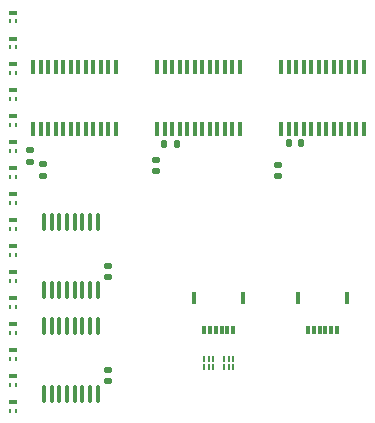
<source format=gbp>
%TF.GenerationSoftware,KiCad,Pcbnew,5.99.0-unknown-dd5676f4bc~131~ubuntu20.04.1*%
%TF.CreationDate,2021-08-08T04:37:49-07:00*%
%TF.ProjectId,panel,70616e65-6c2e-46b6-9963-61645f706362,rev?*%
%TF.SameCoordinates,Original*%
%TF.FileFunction,Paste,Bot*%
%TF.FilePolarity,Positive*%
%FSLAX46Y46*%
G04 Gerber Fmt 4.6, Leading zero omitted, Abs format (unit mm)*
G04 Created by KiCad (PCBNEW 5.99.0-unknown-dd5676f4bc~131~ubuntu20.04.1) date 2021-08-08 04:37:49*
%MOMM*%
%LPD*%
G01*
G04 APERTURE LIST*
G04 Aperture macros list*
%AMRoundRect*
0 Rectangle with rounded corners*
0 $1 Rounding radius*
0 $2 $3 $4 $5 $6 $7 $8 $9 X,Y pos of 4 corners*
0 Add a 4 corners polygon primitive as box body*
4,1,4,$2,$3,$4,$5,$6,$7,$8,$9,$2,$3,0*
0 Add four circle primitives for the rounded corners*
1,1,$1+$1,$2,$3*
1,1,$1+$1,$4,$5*
1,1,$1+$1,$6,$7*
1,1,$1+$1,$8,$9*
0 Add four rect primitives between the rounded corners*
20,1,$1+$1,$2,$3,$4,$5,0*
20,1,$1+$1,$4,$5,$6,$7,0*
20,1,$1+$1,$6,$7,$8,$9,0*
20,1,$1+$1,$8,$9,$2,$3,0*%
G04 Aperture macros list end*
%ADD10R,0.400000X1.200000*%
%ADD11RoundRect,0.050000X0.075000X-0.150000X0.075000X0.150000X-0.075000X0.150000X-0.075000X-0.150000X0*%
%ADD12RoundRect,0.050000X0.300000X-0.150000X0.300000X0.150000X-0.300000X0.150000X-0.300000X-0.150000X0*%
%ADD13RoundRect,0.140000X-0.170000X0.140000X-0.170000X-0.140000X0.170000X-0.140000X0.170000X0.140000X0*%
%ADD14RoundRect,0.135000X-0.185000X0.135000X-0.185000X-0.135000X0.185000X-0.135000X0.185000X0.135000X0*%
%ADD15RoundRect,0.135000X-0.135000X-0.185000X0.135000X-0.185000X0.135000X0.185000X-0.135000X0.185000X0*%
%ADD16R,0.300000X0.700000*%
%ADD17R,0.300000X1.000000*%
%ADD18RoundRect,0.100000X-0.100000X0.637500X-0.100000X-0.637500X0.100000X-0.637500X0.100000X0.637500X0*%
%ADD19R,0.200000X0.570000*%
%ADD20R,0.200000X0.520000*%
%ADD21RoundRect,0.140000X0.170000X-0.140000X0.170000X0.140000X-0.170000X0.140000X-0.170000X-0.140000X0*%
G04 APERTURE END LIST*
D10*
%TO.C,U1*%
X85007500Y-65800000D03*
X85642500Y-65800000D03*
X86277500Y-65800000D03*
X86912500Y-65800000D03*
X87547500Y-65800000D03*
X88182500Y-65800000D03*
X88817500Y-65800000D03*
X89452500Y-65800000D03*
X90087500Y-65800000D03*
X90722500Y-65800000D03*
X91357500Y-65800000D03*
X91992500Y-65800000D03*
X91992500Y-71000000D03*
X91357500Y-71000000D03*
X90722500Y-71000000D03*
X90087500Y-71000000D03*
X89452500Y-71000000D03*
X88817500Y-71000000D03*
X88182500Y-71000000D03*
X87547500Y-71000000D03*
X86912500Y-71000000D03*
X86277500Y-71000000D03*
X85642500Y-71000000D03*
X85007500Y-71000000D03*
%TD*%
D11*
%TO.C,Q14*%
X62525000Y-90450000D03*
X62075000Y-90450000D03*
D12*
X62300000Y-89750000D03*
%TD*%
D13*
%TO.C,C3*%
X63700000Y-72820000D03*
X63700000Y-73780000D03*
%TD*%
D11*
%TO.C,Q8*%
X62525000Y-77250000D03*
X62075000Y-77250000D03*
D12*
X62300000Y-76550000D03*
%TD*%
D14*
%TO.C,R3*%
X64800000Y-73940000D03*
X64800000Y-74960000D03*
%TD*%
D11*
%TO.C,Q2*%
X62525000Y-64050000D03*
X62075000Y-64050000D03*
D12*
X62300000Y-63350000D03*
%TD*%
D11*
%TO.C,Q15*%
X62525000Y-92650000D03*
X62075000Y-92650000D03*
D12*
X62300000Y-91950000D03*
%TD*%
D11*
%TO.C,Q11*%
X62525000Y-83850000D03*
X62075000Y-83850000D03*
D12*
X62300000Y-83150000D03*
%TD*%
D15*
%TO.C,R1*%
X85620000Y-72200000D03*
X86640000Y-72200000D03*
%TD*%
D13*
%TO.C,C2*%
X74400000Y-73620000D03*
X74400000Y-74580000D03*
%TD*%
D11*
%TO.C,Q1*%
X62525000Y-61850000D03*
X62075000Y-61850000D03*
D12*
X62300000Y-61150000D03*
%TD*%
D16*
%TO.C,J1*%
X78450000Y-88000000D03*
X78950000Y-88000000D03*
X79450000Y-88000000D03*
X79950000Y-88000000D03*
X80450000Y-88000000D03*
X80950000Y-88000000D03*
D17*
X77660000Y-85350000D03*
X81740000Y-85350000D03*
%TD*%
D11*
%TO.C,Q13*%
X62525000Y-88250000D03*
X62075000Y-88250000D03*
D12*
X62300000Y-87550000D03*
%TD*%
D10*
%TO.C,U3*%
X64007500Y-65800000D03*
X64642500Y-65800000D03*
X65277500Y-65800000D03*
X65912500Y-65800000D03*
X66547500Y-65800000D03*
X67182500Y-65800000D03*
X67817500Y-65800000D03*
X68452500Y-65800000D03*
X69087500Y-65800000D03*
X69722500Y-65800000D03*
X70357500Y-65800000D03*
X70992500Y-65800000D03*
X70992500Y-71000000D03*
X70357500Y-71000000D03*
X69722500Y-71000000D03*
X69087500Y-71000000D03*
X68452500Y-71000000D03*
X67817500Y-71000000D03*
X67182500Y-71000000D03*
X66547500Y-71000000D03*
X65912500Y-71000000D03*
X65277500Y-71000000D03*
X64642500Y-71000000D03*
X64007500Y-71000000D03*
%TD*%
D15*
%TO.C,R2*%
X75120000Y-72300000D03*
X76140000Y-72300000D03*
%TD*%
D18*
%TO.C,U4*%
X64925000Y-78907500D03*
X65575000Y-78907500D03*
X66225000Y-78907500D03*
X66875000Y-78907500D03*
X67525000Y-78907500D03*
X68175000Y-78907500D03*
X68825000Y-78907500D03*
X69475000Y-78907500D03*
X69475000Y-84632500D03*
X68825000Y-84632500D03*
X68175000Y-84632500D03*
X67525000Y-84632500D03*
X66875000Y-84632500D03*
X66225000Y-84632500D03*
X65575000Y-84632500D03*
X64925000Y-84632500D03*
%TD*%
D19*
%TO.C,U6*%
X78500000Y-90447500D03*
X78850000Y-90447500D03*
X79200000Y-90447500D03*
D20*
X79200000Y-91177500D03*
X78850000Y-91177500D03*
X78500000Y-91177500D03*
%TD*%
D11*
%TO.C,Q3*%
X62525000Y-66250000D03*
X62075000Y-66250000D03*
D12*
X62300000Y-65550000D03*
%TD*%
D11*
%TO.C,Q6*%
X62525000Y-72850000D03*
X62075000Y-72850000D03*
D12*
X62300000Y-72150000D03*
%TD*%
D11*
%TO.C,Q4*%
X62525000Y-68450000D03*
X62075000Y-68450000D03*
D12*
X62300000Y-67750000D03*
%TD*%
D11*
%TO.C,Q5*%
X62525000Y-70650000D03*
X62075000Y-70650000D03*
D12*
X62300000Y-69950000D03*
%TD*%
D10*
%TO.C,U2*%
X74507500Y-65800000D03*
X75142500Y-65800000D03*
X75777500Y-65800000D03*
X76412500Y-65800000D03*
X77047500Y-65800000D03*
X77682500Y-65800000D03*
X78317500Y-65800000D03*
X78952500Y-65800000D03*
X79587500Y-65800000D03*
X80222500Y-65800000D03*
X80857500Y-65800000D03*
X81492500Y-65800000D03*
X81492500Y-71000000D03*
X80857500Y-71000000D03*
X80222500Y-71000000D03*
X79587500Y-71000000D03*
X78952500Y-71000000D03*
X78317500Y-71000000D03*
X77682500Y-71000000D03*
X77047500Y-71000000D03*
X76412500Y-71000000D03*
X75777500Y-71000000D03*
X75142500Y-71000000D03*
X74507500Y-71000000D03*
%TD*%
D11*
%TO.C,Q12*%
X62525000Y-86050000D03*
X62075000Y-86050000D03*
D12*
X62300000Y-85350000D03*
%TD*%
D11*
%TO.C,Q10*%
X62525000Y-81650000D03*
X62075000Y-81650000D03*
D12*
X62300000Y-80950000D03*
%TD*%
D11*
%TO.C,Q16*%
X62525000Y-94850000D03*
X62075000Y-94850000D03*
D12*
X62300000Y-94150000D03*
%TD*%
D21*
%TO.C,C4*%
X70300000Y-83580000D03*
X70300000Y-82620000D03*
%TD*%
%TO.C,C5*%
X70300000Y-92380000D03*
X70300000Y-91420000D03*
%TD*%
D16*
%TO.C,J2*%
X87250000Y-88000000D03*
X87750000Y-88000000D03*
X88250000Y-88000000D03*
X88750000Y-88000000D03*
X89250000Y-88000000D03*
X89750000Y-88000000D03*
D17*
X90540000Y-85350000D03*
X86460000Y-85350000D03*
%TD*%
D19*
%TO.C,U7*%
X80200000Y-90447500D03*
X80550000Y-90447500D03*
X80900000Y-90447500D03*
D20*
X80900000Y-91177500D03*
X80550000Y-91177500D03*
X80200000Y-91177500D03*
%TD*%
D13*
%TO.C,C1*%
X84700000Y-74020000D03*
X84700000Y-74980000D03*
%TD*%
D11*
%TO.C,Q9*%
X62525000Y-79450000D03*
X62075000Y-79450000D03*
D12*
X62300000Y-78750000D03*
%TD*%
D11*
%TO.C,Q7*%
X62525000Y-75050000D03*
X62075000Y-75050000D03*
D12*
X62300000Y-74350000D03*
%TD*%
D18*
%TO.C,U5*%
X64925000Y-87707500D03*
X65575000Y-87707500D03*
X66225000Y-87707500D03*
X66875000Y-87707500D03*
X67525000Y-87707500D03*
X68175000Y-87707500D03*
X68825000Y-87707500D03*
X69475000Y-87707500D03*
X69475000Y-93432500D03*
X68825000Y-93432500D03*
X68175000Y-93432500D03*
X67525000Y-93432500D03*
X66875000Y-93432500D03*
X66225000Y-93432500D03*
X65575000Y-93432500D03*
X64925000Y-93432500D03*
%TD*%
M02*

</source>
